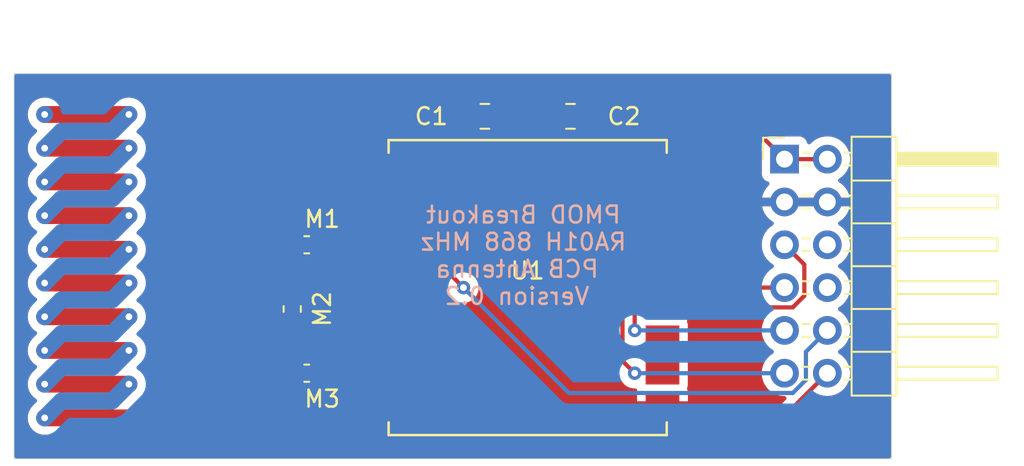
<source format=kicad_pcb>
(kicad_pcb (version 20221018) (generator pcbnew)
  (layers (0 "F.Cu" signal) (31 "B.Cu" signal) (34 "B.Paste" user) (35 "F.Paste" user) (36 "B.SilkS" user "B.Silkscreen") (37 "F.SilkS" user "F.Silkscreen") (38 "B.Mask" user) (39 "F.Mask" user) (44 "Edge.Cuts" user))
  (net 0 "")
  (net 1 "GND")
  (net 2 "DIO0")
  (net 3 "nRESET")
  (net 4 "nCS")
  (net 5 "SCK")
  (net 6 "MOSI")
  (net 7 "MISO")
  (net 8 "VCC")
  (net 9 "Net-(AE1-A)")
  (net 12 "Net-(U1-ANT)")
  (footprint "Connector_PinHeader_2.54mm:PinHeader_2x06_P2.54mm_Horizontal" (layer "F.Cu") (at 149.86 43.18)
    (fp_text reference "J1" hide)
    (fp_text value "Conn_02x06_Odd_Even")
    (fp_line (start -1.27 -1.27) (end 0 -1.27) (stroke (width 0.12)) (layer "F.SilkS"))
    (fp_line (start -1.27 0) (end -1.27 -1.27) (stroke (width 0.12)) (layer "F.SilkS"))
    (fp_line (start 1.042929 2.16) (end 1.497071 2.16) (stroke (width 0.12)) (layer "F.SilkS"))
    (fp_line (start 1.042929 2.92) (end 1.497071 2.92) (stroke (width 0.12)) (layer "F.SilkS"))
    (fp_line (start 1.042929 4.7) (end 1.497071 4.7) (stroke (width 0.12)) (layer "F.SilkS"))
    (fp_line (start 1.042929 5.46) (end 1.497071 5.46) (stroke (width 0.12)) (layer "F.SilkS"))
    (fp_line (start 1.042929 7.24) (end 1.497071 7.24) (stroke (width 0.12)) (layer "F.SilkS"))
    (fp_line (start 1.042929 8) (end 1.497071 8) (stroke (width 0.12)) (layer "F.SilkS"))
    (fp_line (start 1.042929 9.78) (end 1.497071 9.78) (stroke (width 0.12)) (layer "F.SilkS"))
    (fp_line (start 1.042929 10.54) (end 1.497071 10.54) (stroke (width 0.12)) (layer "F.SilkS"))
    (fp_line (start 1.042929 12.32) (end 1.497071 12.32) (stroke (width 0.12)) (layer "F.SilkS"))
    (fp_line (start 1.042929 13.08) (end 1.497071 13.08) (stroke (width 0.12)) (layer "F.SilkS"))
    (fp_line (start 1.11 -0.38) (end 1.497071 -0.38) (stroke (width 0.12)) (layer "F.SilkS"))
    (fp_line (start 1.11 0.38) (end 1.497071 0.38) (stroke (width 0.12)) (layer "F.SilkS"))
    (fp_line (start 3.582929 -0.38) (end 3.98 -0.38) (stroke (width 0.12)) (layer "F.SilkS"))
    (fp_line (start 3.582929 0.38) (end 3.98 0.38) (stroke (width 0.12)) (layer "F.SilkS"))
    (fp_line (start 3.582929 2.16) (end 3.98 2.16) (stroke (width 0.12)) (layer "F.SilkS"))
    (fp_line (start 3.582929 2.92) (end 3.98 2.92) (stroke (width 0.12)) (layer "F.SilkS"))
    (fp_line (start 3.582929 4.7) (end 3.98 4.7) (stroke (width 0.12)) (layer "F.SilkS"))
    (fp_line (start 3.582929 5.46) (end 3.98 5.46) (stroke (width 0.12)) (layer "F.SilkS"))
    (fp_line (start 3.582929 7.24) (end 3.98 7.24) (stroke (width 0.12)) (layer "F.SilkS"))
    (fp_line (start 3.582929 8) (end 3.98 8) (stroke (width 0.12)) (layer "F.SilkS"))
    (fp_line (start 3.582929 9.78) (end 3.98 9.78) (stroke (width 0.12)) (layer "F.SilkS"))
    (fp_line (start 3.582929 10.54) (end 3.98 10.54) (stroke (width 0.12)) (layer "F.SilkS"))
    (fp_line (start 3.582929 12.32) (end 3.98 12.32) (stroke (width 0.12)) (layer "F.SilkS"))
    (fp_line (start 3.582929 13.08) (end 3.98 13.08) (stroke (width 0.12)) (layer "F.SilkS"))
    (fp_line (start 3.98 -1.33) (end 3.98 14.03) (stroke (width 0.12)) (layer "F.SilkS"))
    (fp_line (start 3.98 1.27) (end 6.64 1.27) (stroke (width 0.12)) (layer "F.SilkS"))
    (fp_line (start 3.98 3.81) (end 6.64 3.81) (stroke (width 0.12)) (layer "F.SilkS"))
    (fp_line (start 3.98 6.35) (end 6.64 6.35) (stroke (width 0.12)) (layer "F.SilkS"))
    (fp_line (start 3.98 8.89) (end 6.64 8.89) (stroke (width 0.12)) (layer "F.SilkS"))
    (fp_line (start 3.98 11.43) (end 6.64 11.43) (stroke (width 0.12)) (layer "F.SilkS"))
    (fp_line (start 3.98 14.03) (end 6.64 14.03) (stroke (width 0.12)) (layer "F.SilkS"))
    (fp_line (start 6.64 -1.33) (end 3.98 -1.33) (stroke (width 0.12)) (layer "F.SilkS"))
    (fp_line (start 6.64 -0.38) (end 12.64 -0.38) (stroke (width 0.12)) (layer "F.SilkS"))
    (fp_line (start 6.64 -0.32) (end 12.64 -0.32) (stroke (width 0.12)) (layer "F.SilkS"))
    (fp_line (start 6.64 -0.2) (end 12.64 -0.2) (stroke (width 0.12)) (layer "F.SilkS"))
    (fp_line (start 6.64 -0.08) (end 12.64 -0.08) (stroke (width 0.12)) (layer "F.SilkS"))
    (fp_line (start 6.64 0.04) (end 12.64 0.04) (stroke (width 0.12)) (layer "F.SilkS"))
    (fp_line (start 6.64 0.16) (end 12.64 0.16) (stroke (width 0.12)) (layer "F.SilkS"))
    (fp_line (start 6.64 0.28) (end 12.64 0.28) (stroke (width 0.12)) (layer "F.SilkS"))
    (fp_line (start 6.64 2.16) (end 12.64 2.16) (stroke (width 0.12)) (layer "F.SilkS"))
    (fp_line (start 6.64 4.7) (end 12.64 4.7) (stroke (width 0.12)) (layer "F.SilkS"))
    (fp_line (start 6.64 7.24) (end 12.64 7.24) (stroke (width 0.12)) (layer "F.SilkS"))
    (fp_line (start 6.64 9.78) (end 12.64 9.78) (stroke (width 0.12)) (layer "F.SilkS"))
    (fp_line (start 6.64 12.32) (end 12.64 12.32) (stroke (width 0.12)) (layer "F.SilkS"))
    (fp_line (start 6.64 14.03) (end 6.64 -1.33) (stroke (width 0.12)) (layer "F.SilkS"))
    (fp_line (start 12.64 -0.38) (end 12.64 0.38) (stroke (width 0.12)) (layer "F.SilkS"))
    (fp_line (start 12.64 0.38) (end 6.64 0.38) (stroke (width 0.12)) (layer "F.SilkS"))
    (fp_line (start 12.64 2.16) (end 12.64 2.92) (stroke (width 0.12)) (layer "F.SilkS"))
    (fp_line (start 12.64 2.92) (end 6.64 2.92) (stroke (width 0.12)) (layer "F.SilkS"))
    (fp_line (start 12.64 4.7) (end 12.64 5.46) (stroke (width 0.12)) (layer "F.SilkS"))
    (fp_line (start 12.64 5.46) (end 6.64 5.46) (stroke (width 0.12)) (layer "F.SilkS"))
    (fp_line (start 12.64 7.24) (end 12.64 8) (stroke (width 0.12)) (layer "F.SilkS"))
    (fp_line (start 12.64 8) (end 6.64 8) (stroke (width 0.12)) (layer "F.SilkS"))
    (fp_line (start 12.64 9.78) (end 12.64 10.54) (stroke (width 0.12)) (layer "F.SilkS"))
    (fp_line (start 12.64 10.54) (end 6.64 10.54) (stroke (width 0.12)) (layer "F.SilkS"))
    (fp_line (start 12.64 12.32) (end 12.64 13.08) (stroke (width 0.12)) (layer "F.SilkS"))
    (fp_line (start 12.64 13.08) (end 6.64 13.08) (stroke (width 0.12)) (layer "F.SilkS"))
    (pad "1" thru_hole rect (at 0 0) (size 1.7 1.7) (drill 1) (layers "*.Cu" "*.Mask") (net 8 "VCC"))
    (pad "2" thru_hole oval (at 2.54 0) (size 1.7 1.7) (drill 1) (layers "*.Cu" "*.Mask") (net 8 "VCC"))
    (pad "3" thru_hole oval (at 0 2.54) (size 1.7 1.7) (drill 1) (layers "*.Cu" "*.Mask") (net 1 "GND"))
    (pad "4" thru_hole oval (at 2.54 2.54) (size 1.7 1.7) (drill 1) (layers "*.Cu" "*.Mask") (net 1 "GND"))
    (pad "5" thru_hole oval (at 0 5.08) (size 1.7 1.7) (drill 1) (layers "*.Cu" "*.Mask") (net 5 "SCK"))
    (pad "6" thru_hole oval (at 2.54 5.08) (size 1.7 1.7) (drill 1) (layers "*.Cu" "*.Mask"))
    (pad "7" thru_hole oval (at 0 7.62) (size 1.7 1.7) (drill 1) (layers "*.Cu" "*.Mask") (net 7 "MISO"))
    (pad "8" thru_hole oval (at 2.54 7.62) (size 1.7 1.7) (drill 1) (layers "*.Cu" "*.Mask"))
    (pad "9" thru_hole oval (at 0 10.16) (size 1.7 1.7) (drill 1) (layers "*.Cu" "*.Mask") (net 6 "MOSI"))
    (pad "10" thru_hole oval (at 2.54 10.16) (size 1.7 1.7) (drill 1) (layers "*.Cu" "*.Mask") (net 3 "nRESET"))
    (pad "11" thru_hole oval (at 0 12.7) (size 1.7 1.7) (drill 1) (layers "*.Cu" "*.Mask") (net 4 "nCS"))
    (pad "12" thru_hole oval (at 2.54 12.7) (size 1.7 1.7) (drill 1) (layers "*.Cu" "*.Mask") (net 2 "DIO0"))
  )
  (footprint "Capacitor_SMD:C_0603_1608Metric_Pad1.08x0.95mm_HandSolder" (layer "F.Cu") (at 121.5125 48.26)
    (fp_text reference "M1" (at 0.9155 -1.524) (layer "F.SilkS"))
    (fp_text value "C_Small")
    (fp_line (start -0.146267 -0.51) (end 0.146267 -0.51) (stroke (width 0.12)) (layer "F.SilkS"))
    (fp_line (start -0.146267 0.51) (end 0.146267 0.51) (stroke (width 0.12)) (layer "F.SilkS"))
    (pad "1" smd roundrect (at -0.8625 0) (size 1.075 0.95) (layers "F.Cu" "F.Paste" "F.Mask") (net 12 "Net-(U1-ANT)"))
    (pad "2" smd roundrect (at 0.8625 0) (size 1.075 0.95) (layers "F.Cu" "F.Paste" "F.Mask") (net 1 "GND"))
  )
  (footprint "Capacitor_SMD:C_0805_2012Metric_Pad1.18x1.45mm_HandSolder" (layer "F.Cu") (at 132.08 40.64 180)
    (fp_text reference "C1" (at 3.175 0) (layer "F.SilkS"))
    (fp_text value "C_Small")
    (fp_line (start -0.261252 -0.735) (end 0.261252 -0.735) (stroke (width 0.12)) (layer "F.SilkS"))
    (fp_line (start -0.261252 0.735) (end 0.261252 0.735) (stroke (width 0.12)) (layer "F.SilkS"))
    (pad "1" smd roundrect (at -1.0375 0 180) (size 1.175 1.45) (layers "F.Cu" "F.Paste" "F.Mask") (roundrect_rratio 0.2127659574) (net 8 "VCC"))
    (pad "2" smd roundrect (at 1.0375 0 180) (size 1.175 1.45) (layers "F.Cu" "F.Paste" "F.Mask") (roundrect_rratio 0.2127659574) (net 1 "GND"))
  )
  (footprint "Inductor_SMD:L_0603_1608Metric_Pad1.05x0.95mm_HandSolder" (layer "F.Cu") (at 120.65 52.07 -90)
    (fp_text reference "M2" (at 0 -1.778 90) (layer "F.SilkS"))
    (fp_text value "L_Small")
    (fp_line (start -0.171267 -0.51) (end 0.171267 -0.51) (stroke (width 0.12)) (layer "F.SilkS"))
    (fp_line (start -0.171267 0.51) (end 0.171267 0.51) (stroke (width 0.12)) (layer "F.SilkS"))
    (pad "1" smd roundrect (at -0.875 0 270) (size 1.05 0.95) (layers "F.Cu" "F.Paste" "F.Mask") (net 12 "Net-(U1-ANT)"))
    (pad "2" smd roundrect (at 0.875 0 270) (size 1.05 0.95) (layers "F.Cu" "F.Paste" "F.Mask") (net 9 "Net-(AE1-A)"))
  )
  (footprint "Capacitor_SMD:C_0603_1608Metric_Pad1.08x0.95mm_HandSolder" (layer "F.Cu") (at 121.5125 55.88)
    (fp_text reference "M3" (at 0.9155 1.524) (layer "F.SilkS"))
    (fp_text value "C_Small")
    (fp_line (start -0.146267 -0.51) (end 0.146267 -0.51) (stroke (width 0.12)) (layer "F.SilkS"))
    (fp_line (start -0.146267 0.51) (end 0.146267 0.51) (stroke (width 0.12)) (layer "F.SilkS"))
    (pad "1" smd roundrect (at -0.8625 0) (size 1.075 0.95) (layers "F.Cu" "F.Paste" "F.Mask") (net 9 "Net-(AE1-A)"))
    (pad "2" smd roundrect (at 0.8625 0) (size 1.075 0.95) (layers "F.Cu" "F.Paste" "F.Mask") (net 1 "GND"))
  )
  (footprint "RF_Module:Ai-Thinker-Ra-01-LoRa" (layer "F.Cu") (at 134.62 50.8)
    (fp_text reference "U1" (at 0 -1) (layer "F.SilkS"))
    (fp_text value "Ai-Thinker-Ra-01")
    (fp_line (start -8.25 -8.75) (end 8.25 -8.75) (stroke (width 0.15)) (layer "F.SilkS"))
    (fp_line (start -8.25 -8) (end -8.25 -8.75) (stroke (width 0.15)) (layer "F.SilkS"))
    (fp_line (start -8.25 8) (end -8.25 8.75) (stroke (width 0.15)) (layer "F.SilkS"))
    (fp_line (start -8.25 8.75) (end 8.25 8.75) (stroke (width 0.15)) (layer "F.SilkS"))
    (fp_line (start 8.25 -8.75) (end 8.25 -8) (stroke (width 0.15)) (layer "F.SilkS"))
    (fp_line (start 8.25 8.75) (end 8.25 8) (stroke (width 0.15)) (layer "F.SilkS"))
    (pad "1" smd rect (at -8 -7) (size 2 1.5) (layers "F.Cu" "F.Paste" "F.Mask") (net 12 "Net-(U1-ANT)"))
    (pad "2" smd rect (at -8 -5) (size 2 1.5) (layers "F.Cu" "F.Paste" "F.Mask") (net 1 "GND"))
    (pad "3" smd rect (at -8 -3) (size 2 1.5) (layers "F.Cu" "F.Paste" "F.Mask") (net 8 "VCC"))
    (pad "4" smd rect (at -8 -1) (size 2 1.5) (layers "F.Cu" "F.Paste" "F.Mask") (net 3 "nRESET"))
    (pad "5" smd rect (at -8 1) (size 2 1.5) (layers "F.Cu" "F.Paste" "F.Mask") (net 2 "DIO0"))
    (pad "6" smd rect (at -8 3) (size 2 1.5) (layers "F.Cu" "F.Paste" "F.Mask"))
    (pad "7" smd rect (at -8 5) (size 2 1.5) (layers "F.Cu" "F.Paste" "F.Mask"))
    (pad "8" smd rect (at -8 7) (size 2 1.5) (layers "F.Cu" "F.Paste" "F.Mask"))
    (pad "9" smd rect (at 8 7) (size 2 1.5) (layers "F.Cu" "F.Paste" "F.Mask") (net 1 "GND"))
    (pad "10" smd rect (at 8 5) (size 2 1.5) (layers "F.Cu" "F.Paste" "F.Mask"))
    (pad "11" smd rect (at 8 3) (size 2 1.5) (layers "F.Cu" "F.Paste" "F.Mask"))
    (pad "12" smd rect (at 8 1) (size 2 1.5) (layers "F.Cu" "F.Paste" "F.Mask") (net 5 "SCK"))
    (pad "13" smd rect (at 8 -1) (size 2 1.5) (layers "F.Cu" "F.Paste" "F.Mask") (net 7 "MISO"))
    (pad "14" smd rect (at 8 -3) (size 2 1.5) (layers "F.Cu" "F.Paste" "F.Mask") (net 6 "MOSI"))
    (pad "15" smd rect (at 8 -5) (size 2 1.5) (layers "F.Cu" "F.Paste" "F.Mask") (net 4 "nCS"))
    (pad "16" smd rect (at 8 -7) (size 2 1.5) (layers "F.Cu" "F.Paste" "F.Mask") (net 1 "GND"))
  )
  (footprint "RF_Antenna:Texas_SWRA416_868MHz_915MHz" (layer "F.Cu") (at 111.76 49.53 90)
    (fp_text reference "AE1" hide)
    (fp_text value "Antenna")
    (fp_line (start -9 5.2) (end -9 -5.8) (stroke (width 1)) (layer "F.Cu"))
    (fp_line (start -7 -5.8) (end -7 -0.8) (stroke (width 1)) (layer "F.Cu"))
    (fp_line (start -5 -5.8) (end -5 -0.8) (stroke (width 1)) (layer "F.Cu"))
    (fp_line (start -3 -5.8) (end -3 -0.8) (stroke (width 1)) (layer "F.Cu"))
    (fp_line (start -1 -5.8) (end -1 -0.8) (stroke (width 1)) (layer "F.Cu"))
    (fp_line (start 1 -5.8) (end 1 -0.8) (stroke (width 1)) (layer "F.Cu"))
    (fp_line (start 3 -5.8) (end 3 -0.8) (stroke (width 1)) (layer "F.Cu"))
    (fp_line (start 5 -5.8) (end 5 -0.8) (stroke (width 1)) (layer "F.Cu"))
    (fp_line (start 7 -5.8) (end 7 -0.8) (stroke (width 1)) (layer "F.Cu"))
    (fp_line (start 9 -5.8) (end 9 -0.8) (stroke (width 1)) (layer "F.Cu"))
    (fp_line (start -9 -5.8) (end -8 -4.8) (stroke (width 1)) (layer "B.Cu"))
    (fp_line (start -8 -4.8) (end -8 -1.8) (stroke (width 1)) (layer "B.Cu"))
    (fp_line (start -8 -1.8) (end -7 -0.8) (stroke (width 1)) (layer "B.Cu"))
    (fp_line (start -7 -5.8) (end -6 -4.8) (stroke (width 1)) (layer "B.Cu"))
    (fp_line (start -6 -4.8) (end -6 -1.8) (stroke (width 1)) (layer "B.Cu"))
    (fp_line (start -6 -1.8) (end -5 -0.8) (stroke (width 1)) (layer "B.Cu"))
    (fp_line (start -5 -5.8) (end -4 -4.8) (stroke (width 1)) (layer "B.Cu"))
    (fp_line (start -4 -4.8) (end -4 -1.8) (stroke (width 1)) (layer "B.Cu"))
    (fp_line (start -4 -1.8) (end -3 -0.8) (stroke (width 1)) (layer "B.Cu"))
    (fp_line (start -3 -5.8) (end -2 -4.8) (stroke (width 1)) (layer "B.Cu"))
    (fp_line (start -2 -4.8) (end -2 -1.8) (stroke (width 1)) (layer "B.Cu"))
    (fp_line (start -2 -1.8) (end -1 -0.8) (stroke (width 1)) (layer "B.Cu"))
    (fp_line (start -1 -5.8) (end 0 -4.8) (stroke (width 1)) (layer "B.Cu"))
    (fp_line (start 0 -4.8) (end 0 -1.8) (stroke (width 1)) (layer "B.Cu"))
    (fp_line (start 0 -1.8) (end 1 -0.8) (stroke (width 1)) (layer "B.Cu"))
    (fp_line (start 1 -5.8) (end 2 -4.8) (stroke (width 1)) (layer "B.Cu"))
    (fp_line (start 2 -4.8) (end 2 -1.8) (stroke (width 1)) (layer "B.Cu"))
    (fp_line (start 2 -1.8) (end 3 -0.8) (stroke (width 1)) (layer "B.Cu"))
    (fp_line (start 3 -5.8) (end 4 -4.8) (stroke (width 1)) (layer "B.Cu"))
    (fp_line (start 4 -4.8) (end 4 -1.8) (stroke (width 1)) (layer "B.Cu"))
    (fp_line (start 4 -1.8) (end 5 -0.8) (stroke (width 1)) (layer "B.Cu"))
    (fp_line (start 5 -5.8) (end 6 -4.8) (stroke (width 1)) (layer "B.Cu"))
    (fp_line (start 6 -4.8) (end 6 -1.8) (stroke (width 1)) (layer "B.Cu"))
    (fp_line (start 6 -1.8) (end 7 -0.8) (stroke (width 1)) (layer "B.Cu"))
    (fp_line (start 7 -5.8) (end 8 -4.8) (stroke (width 1)) (layer "B.Cu"))
    (fp_line (start 8 -4.8) (end 8 -1.8) (stroke (width 1)) (layer "B.Cu"))
    (fp_line (start 8 -1.8) (end 9 -0.8) (stroke (width 1)) (layer "B.Cu"))
    (pad "" thru_hole circle (at -9 -5.8 270) (size 1 1) (drill 0.4) (layers "*.Cu"))
    (pad "" thru_hole circle (at -7 -5.8 270) (size 1 1) (drill 0.4) (layers "*.Cu"))
    (pad "" thru_hole circle (at -7 -0.8 270) (size 1 1) (drill 0.4) (layers "*.Cu"))
    (pad "" thru_hole circle (at -5 -5.8 270) (size 1 1) (drill 0.4) (layers "*.Cu"))
    (pad "" thru_hole circle (at -5 -0.8 270) (size 1 1) (drill 0.4) (layers "*.Cu"))
    (pad "" thru_hole circle (at -3 -5.8 270) (size 1 1) (drill 0.4) (layers "*.Cu"))
    (pad "" thru_hole circle (at -3 -0.8 270) (size 1 1) (drill 0.4) (layers "*.Cu"))
    (pad "" thru_hole circle (at -1 -5.8 270) (size 1 1) (drill 0.4) (layers "*.Cu"))
    (pad "" thru_hole circle (at -1 -0.8 270) (size 1 1) (drill 0.4) (layers "*.Cu"))
    (pad "" thru_hole circle (at 1 -5.8 270) (size 1 1) (drill 0.4) (layers "*.Cu"))
    (pad "" thru_hole circle (at 1 -0.8 270) (size 1 1) (drill 0.4) (layers "*.Cu"))
    (pad "" thru_hole circle (at 3 -5.8 270) (size 1 1) (drill 0.4) (layers "*.Cu"))
    (pad "" thru_hole circle (at 3 -0.8 270) (size 1 1) (drill 0.4) (layers "*.Cu"))
    (pad "" thru_hole circle (at 5 -5.8 270) (size 1 1) (drill 0.4) (layers "*.Cu"))
    (pad "" thru_hole circle (at 5 -0.8 270) (size 1 1) (drill 0.4) (layers "*.Cu"))
    (pad "" thru_hole circle (at 7 -5.8 270) (size 1 1) (drill 0.4) (layers "*.Cu"))
    (pad "" thru_hole circle (at 7 -0.8 270) (size 1 1) (drill 0.4) (layers "*.Cu"))
    (pad "" thru_hole circle (at 9 -5.8 270) (size 1 1) (drill 0.4) (layers "*.Cu"))
    (pad "" thru_hole circle (at 9 -0.8 270) (size 1 1) (drill 0.4) (layers "*.Cu"))
    (pad "1" smd trapezoid (at -9 5.9 270) (size 0.4 0.8) (rect_delta 0 0.3) (layers "F.Cu") (net 9 "Net-(AE1-A)"))
    (zone (net 0) (net_name "") (layer "F.Cu") (connect_pads (clearance 0)) (min_thickness 0.254)
      (keepout (tracks allowed) (vias allowed) (pads allowed) (copperpour not_allowed) (footprints not_allowed))
      (fill (thermal_gap 0.508) (thermal_bridge_width 0.508))
      (polygon (pts (xy 117.46 59.23) (xy 117.46 39.83) (xy 105.26 39.83) (xy 105.26 59.23)))
    )
  )
  (footprint "Capacitor_SMD:C_0805_2012Metric_Pad1.18x1.45mm_HandSolder" (layer "F.Cu") (at 137.16 40.64)
    (fp_text reference "C2" (at 3.175 0) (layer "F.SilkS"))
    (fp_text value "C_Small")
    (fp_line (start -0.261252 -0.735) (end 0.261252 -0.735) (stroke (width 0.12)) (layer "F.SilkS"))
    (fp_line (start -0.261252 0.735) (end 0.261252 0.735) (stroke (width 0.12)) (layer "F.SilkS"))
    (pad "1" smd roundrect (at -1.0375 0) (size 1.175 1.45) (layers "F.Cu" "F.Paste" "F.Mask") (roundrect_rratio 0.2127659574) (net 8 "VCC"))
    (pad "2" smd roundrect (at 1.0375 0) (size 1.175 1.45) (layers "F.Cu" "F.Paste" "F.Mask") (roundrect_rratio 0.2127659574) (net 1 "GND"))
  )
  (gr_rect (start 104.14 38.1) (end 156.21 60.96) (stroke (width 0.05)) (fill none) (layer "Edge.Cuts"))
  (gr_text "PMOD Breakout \nRA01H 868 MHz \nPCB Antenna\nVersion 0.2" (at 133.985 48.895) (layer "B.SilkS") (effects (font (size 1 1)) (justify mirror)))
  (segment (start 149.405 58.875) (end 136.345 58.875) (width 0.25) (layer "F.Cu") (net 2))
  (segment (start 152.4 55.88) (end 149.405 58.875) (width 0.25) (layer "F.Cu") (net 2))
  (segment (start 136.345 58.875) (end 129.27 51.8) (width 0.25) (layer "F.Cu") (net 2))
  (segment (start 129.27 51.8) (end 126.62 51.8) (width 0.25) (layer "F.Cu") (net 2))
  (segment (start 126.62 49.8) (end 129.81 49.8) (width 0.25) (layer "F.Cu") (net 3))
  (segment (start 129.81 49.8) (end 130.81 50.8) (width 0.25) (layer "F.Cu") (net 3))
  (via (at 130.81 50.8) (size 0.8) (drill 0.4) (layers "F.Cu" "B.Cu") (net 3))
  (segment (start 151.13 54.61) (end 152.4 53.34) (width 0.25) (layer "B.Cu") (net 3))
  (segment (start 151.13 56.271701) (end 151.13 54.61) (width 0.25) (layer "B.Cu") (net 3))
  (segment (start 130.81 50.8) (end 137.065 57.055) (width 0.25) (layer "B.Cu") (net 3))
  (segment (start 137.065 57.055) (end 150.346701 57.055) (width 0.25) (layer "B.Cu") (net 3))
  (segment (start 150.346701 57.055) (end 151.13 56.271701) (width 0.25) (layer "B.Cu") (net 3))
  (segment (start 141.05 45.8) (end 140.245 46.605) (width 0.25) (layer "F.Cu") (net 4))
  (segment (start 140.97 55.88) (end 140.245 55.155) (width 0.25) (layer "F.Cu") (net 4))
  (segment (start 141.05 45.8) (end 142.62 45.8) (width 0.25) (layer "F.Cu") (net 4))
  (segment (start 140.245 55.155) (end 140.245 47.715) (width 0.25) (layer "F.Cu") (net 4))
  (segment (start 140.245 46.605) (end 140.245 47.715) (width 0.25) (layer "F.Cu") (net 4))
  (via (at 140.97 55.88) (size 0.8) (drill 0.4) (layers "F.Cu" "B.Cu") (net 4))
  (segment (start 149.86 55.88) (end 140.97 55.88) (width 0.25) (layer "B.Cu") (net 4))
  (segment (start 142.62 51.8) (end 142.795 51.975) (width 0.25) (layer "F.Cu") (net 5))
  (segment (start 150.346701 51.975) (end 151.035 51.286701) (width 0.25) (layer "F.Cu") (net 5))
  (segment (start 151.035 51.286701) (end 151.035 49.435) (width 0.25) (layer "F.Cu") (net 5))
  (segment (start 142.795 51.975) (end 150.346701 51.975) (width 0.25) (layer "F.Cu") (net 5))
  (segment (start 151.035 49.435) (end 149.86 48.26) (width 0.25) (layer "F.Cu") (net 5))
  (segment (start 140.97 49.05) (end 142.22 47.8) (width 0.25) (layer "F.Cu") (net 6))
  (segment (start 140.97 53.34) (end 140.97 49.05) (width 0.25) (layer "F.Cu") (net 6))
  (segment (start 142.22 47.8) (end 142.62 47.8) (width 0.25) (layer "F.Cu") (net 6))
  (via (at 140.97 53.34) (size 0.8) (drill 0.4) (layers "F.Cu" "B.Cu") (net 6))
  (segment (start 149.86 53.34) (end 140.97 53.34) (width 0.25) (layer "B.Cu") (net 6))
  (segment (start 145.78 49.8) (end 142.62 49.8) (width 0.25) (layer "F.Cu") (net 7))
  (segment (start 149.86 50.8) (end 147.32 50.8) (width 0.25) (layer "F.Cu") (net 7))
  (segment (start 146.78 50.8) (end 147.32 50.8) (width 0.25) (layer "F.Cu") (net 7))
  (segment (start 145.78 49.8) (end 146.78 50.8) (width 0.25) (layer "F.Cu") (net 7))
  (segment (start 137.1725 41.69) (end 142.02 41.69) (width 0.25) (layer "F.Cu") (net 8))
  (segment (start 152.4 43.18) (end 149.86 43.18) (width 0.25) (layer "F.Cu") (net 8))
  (segment (start 133.1175 40.64) (end 133.1175 45.0325) (width 0.25) (layer "F.Cu") (net 8))
  (segment (start 133.1175 40.64) (end 136.1225 40.64) (width 0.25) (layer "F.Cu") (net 8))
  (segment (start 148.37 41.69) (end 142.02 41.69) (width 0.25) (layer "F.Cu") (net 8))
  (segment (start 136.1225 40.64) (end 137.1725 41.69) (width 0.25) (layer "F.Cu") (net 8))
  (segment (start 149.86 43.18) (end 148.37 41.69) (width 0.25) (layer "F.Cu") (net 8))
  (segment (start 126.62 47.8) (end 130.35 47.8) (width 0.25) (layer "F.Cu") (net 8))
  (segment (start 130.35 47.8) (end 132.89 45.26) (width 0.25) (layer "F.Cu") (net 8))
  (segment (start 126.62 47.8) (end 126.87 47.8) (width 0.25) (layer "F.Cu") (net 8))
  (segment (start 133.35 40.8725) (end 133.1175 40.64) (width 0.25) (layer "F.Cu") (net 8))
  (segment (start 133.1175 45.0325) (end 132.89 45.26) (width 0.25) (layer "F.Cu") (net 8))
  (segment (start 120.65 57.15) (end 119.27 58.53) (width 0.38) (layer "F.Cu") (net 9))
  (segment (start 119.27 58.53) (end 117 58.53) (width 0.38) (layer "F.Cu") (net 9))
  (segment (start 120.65 52.945) (end 120.65 55.88) (width 0.38) (layer "F.Cu") (net 9))
  (segment (start 120.65 55.88) (end 120.65 57.15) (width 0.38) (layer "F.Cu") (net 9))
  (segment (start 120.65 48.26) (end 120.65 45.085) (width 0.35) (layer "F.Cu") (net 12))
  (segment (start 120.65 45.085) (end 121.92 43.815) (width 0.35) (layer "F.Cu") (net 12))
  (segment (start 121.92 43.8) (end 126.62 43.8) (width 0.35) (layer "F.Cu") (net 12))
  (segment (start 120.65 48.26) (end 120.65 51.195) (width 0.38) (layer "F.Cu") (net 12))
  (segment (start 121.92 43.815) (end 121.92 43.8) (width 0.35) (layer "F.Cu") (net 12))
  (zone (net 1) (net_name "GND") (layers "F&B.Cu") (connect_pads (clearance 0.5)) (min_thickness 0.254) (fill yes (thermal_gap 0.508) (thermal_bridge_width 0.508))
    (polygon (pts (xy 157.48 60.96) (xy 104.14 60.96) (xy 104.14 38.1) (xy 157.48 38.1)))
  )
)
</source>
